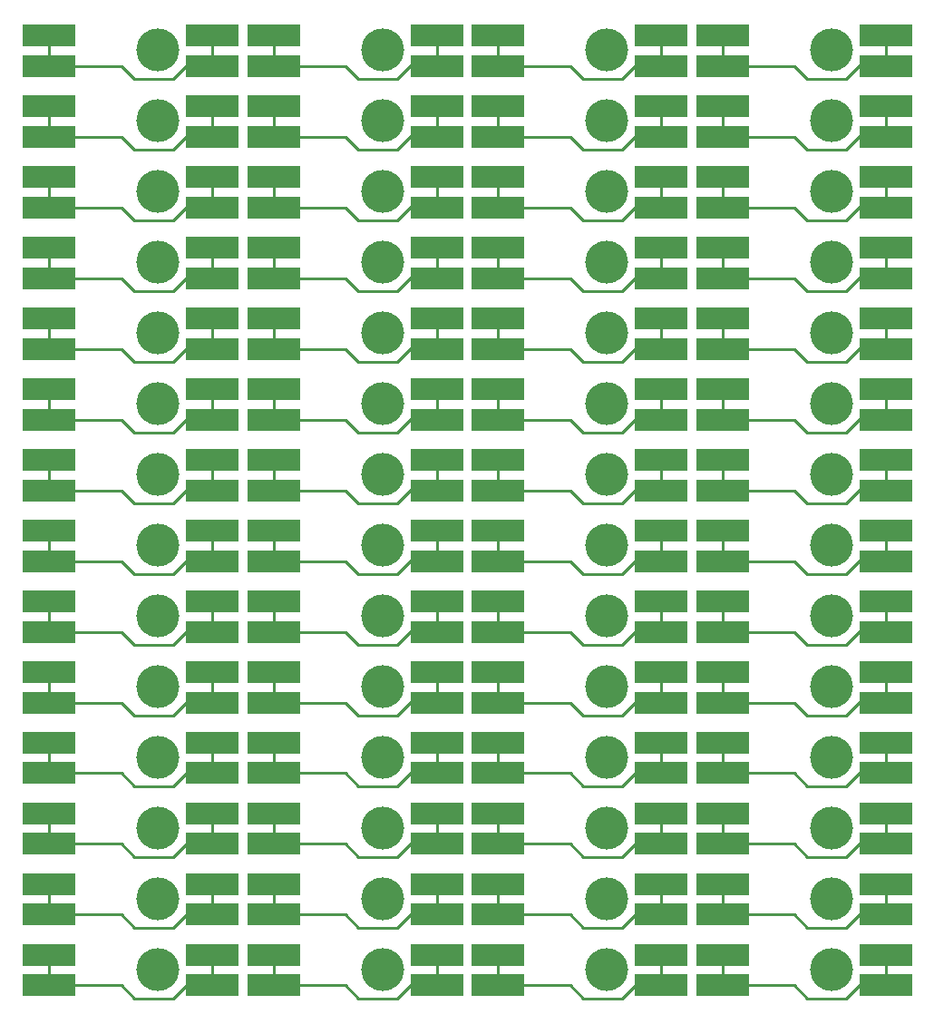
<source format=gbr>
%FSLAX34Y34*%
%MOMM*%
%LNCOPPER_TOP*%
G71*
G01*
%ADD10R, 5.000X2.000*%
%ADD11C, 0.250*%
%ADD12C, 4.000*%
%LPD*%
X33332Y947083D02*
G54D10*
D03*
X33332Y975658D02*
G54D10*
D03*
G54D11*
X33332Y975658D02*
X33332Y947083D01*
X185732Y947083D02*
G54D10*
D03*
X185732Y975658D02*
G54D10*
D03*
X134938Y962025D02*
G54D12*
D03*
G54D11*
X33332Y947083D02*
X100667Y947083D01*
X112712Y935038D01*
X149225Y935038D01*
X161925Y947738D01*
X185077Y947738D01*
X185732Y947083D01*
G54D11*
X185732Y975658D02*
X185732Y947083D01*
X242882Y947083D02*
G54D10*
D03*
X242882Y975658D02*
G54D10*
D03*
G54D11*
X242882Y975658D02*
X242882Y947083D01*
X395282Y947083D02*
G54D10*
D03*
X395282Y975658D02*
G54D10*
D03*
X344488Y962025D02*
G54D12*
D03*
G54D11*
X242882Y947083D02*
X310217Y947083D01*
X322262Y935038D01*
X358775Y935038D01*
X371475Y947738D01*
X394627Y947738D01*
X395282Y947083D01*
G54D11*
X395282Y975658D02*
X395282Y947083D01*
X452432Y947083D02*
G54D10*
D03*
X452432Y975658D02*
G54D10*
D03*
G54D11*
X452432Y975658D02*
X452432Y947083D01*
X604832Y947083D02*
G54D10*
D03*
X604832Y975658D02*
G54D10*
D03*
X554038Y962025D02*
G54D12*
D03*
G54D11*
X452432Y947083D02*
X519767Y947083D01*
X531812Y935038D01*
X568325Y935038D01*
X581025Y947738D01*
X604177Y947738D01*
X604832Y947083D01*
G54D11*
X604832Y975658D02*
X604832Y947083D01*
X661982Y947083D02*
G54D10*
D03*
X661982Y975658D02*
G54D10*
D03*
G54D11*
X661982Y975658D02*
X661982Y947083D01*
X814382Y947083D02*
G54D10*
D03*
X814382Y975658D02*
G54D10*
D03*
X763588Y962025D02*
G54D12*
D03*
G54D11*
X661982Y947083D02*
X729318Y947083D01*
X741362Y935038D01*
X777875Y935038D01*
X790575Y947738D01*
X813727Y947738D01*
X814382Y947083D01*
G54D11*
X814382Y975658D02*
X814382Y947083D01*
X33332Y881063D02*
G54D10*
D03*
X33332Y909638D02*
G54D10*
D03*
G54D11*
X33332Y909638D02*
X33332Y881063D01*
X185732Y881063D02*
G54D10*
D03*
X185732Y909638D02*
G54D10*
D03*
X134938Y896005D02*
G54D12*
D03*
G54D11*
X33332Y881063D02*
X100667Y881063D01*
X112712Y869017D01*
X149225Y869017D01*
X161925Y881717D01*
X185077Y881717D01*
X185732Y881063D01*
G54D11*
X185732Y909638D02*
X185732Y881063D01*
X242882Y881063D02*
G54D10*
D03*
X242882Y909638D02*
G54D10*
D03*
G54D11*
X242882Y909638D02*
X242882Y881063D01*
X395282Y881063D02*
G54D10*
D03*
X395282Y909638D02*
G54D10*
D03*
X344488Y896005D02*
G54D12*
D03*
G54D11*
X242882Y881063D02*
X310217Y881063D01*
X322262Y869017D01*
X358775Y869017D01*
X371475Y881717D01*
X394627Y881717D01*
X395282Y881063D01*
G54D11*
X395282Y909638D02*
X395282Y881063D01*
X452432Y881063D02*
G54D10*
D03*
X452432Y909638D02*
G54D10*
D03*
G54D11*
X452432Y909638D02*
X452432Y881063D01*
X604832Y881063D02*
G54D10*
D03*
X604832Y909638D02*
G54D10*
D03*
X554038Y896005D02*
G54D12*
D03*
G54D11*
X452432Y881063D02*
X519767Y881063D01*
X531812Y869017D01*
X568325Y869017D01*
X581025Y881717D01*
X604177Y881717D01*
X604832Y881063D01*
G54D11*
X604832Y909638D02*
X604832Y881063D01*
X661982Y881063D02*
G54D10*
D03*
X661982Y909638D02*
G54D10*
D03*
G54D11*
X661982Y909638D02*
X661982Y881063D01*
X814382Y881063D02*
G54D10*
D03*
X814382Y909638D02*
G54D10*
D03*
X763588Y896005D02*
G54D12*
D03*
G54D11*
X661982Y881063D02*
X729318Y881063D01*
X741362Y869017D01*
X777875Y869017D01*
X790575Y881717D01*
X813727Y881717D01*
X814382Y881063D01*
G54D11*
X814382Y909638D02*
X814382Y881063D01*
X33332Y815043D02*
G54D10*
D03*
X33332Y843617D02*
G54D10*
D03*
G54D11*
X33332Y843617D02*
X33332Y815043D01*
X185732Y815043D02*
G54D10*
D03*
X185732Y843617D02*
G54D10*
D03*
X134938Y829985D02*
G54D12*
D03*
G54D11*
X33332Y815043D02*
X100667Y815043D01*
X112712Y802997D01*
X149225Y802997D01*
X161925Y815697D01*
X185077Y815697D01*
X185732Y815043D01*
G54D11*
X185732Y843617D02*
X185732Y815043D01*
X242882Y815043D02*
G54D10*
D03*
X242882Y843617D02*
G54D10*
D03*
G54D11*
X242882Y843617D02*
X242882Y815043D01*
X395282Y815043D02*
G54D10*
D03*
X395282Y843617D02*
G54D10*
D03*
X344488Y829985D02*
G54D12*
D03*
G54D11*
X242882Y815043D02*
X310217Y815043D01*
X322262Y802997D01*
X358775Y802997D01*
X371475Y815697D01*
X394627Y815697D01*
X395282Y815043D01*
G54D11*
X395282Y843617D02*
X395282Y815043D01*
X452432Y815043D02*
G54D10*
D03*
X452432Y843617D02*
G54D10*
D03*
G54D11*
X452432Y843617D02*
X452432Y815043D01*
X604832Y815043D02*
G54D10*
D03*
X604832Y843617D02*
G54D10*
D03*
X554038Y829985D02*
G54D12*
D03*
G54D11*
X452432Y815043D02*
X519767Y815043D01*
X531812Y802997D01*
X568325Y802997D01*
X581025Y815697D01*
X604177Y815697D01*
X604832Y815043D01*
G54D11*
X604832Y843617D02*
X604832Y815043D01*
X661982Y815043D02*
G54D10*
D03*
X661982Y843617D02*
G54D10*
D03*
G54D11*
X661982Y843617D02*
X661982Y815043D01*
X814382Y815043D02*
G54D10*
D03*
X814382Y843617D02*
G54D10*
D03*
X763588Y829985D02*
G54D12*
D03*
G54D11*
X661982Y815043D02*
X729318Y815043D01*
X741362Y802997D01*
X777875Y802997D01*
X790575Y815697D01*
X813727Y815697D01*
X814382Y815043D01*
G54D11*
X814382Y843617D02*
X814382Y815043D01*
X33332Y749023D02*
G54D10*
D03*
X33332Y777597D02*
G54D10*
D03*
G54D11*
X33332Y777597D02*
X33332Y749023D01*
X185732Y749023D02*
G54D10*
D03*
X185732Y777597D02*
G54D10*
D03*
X134938Y763965D02*
G54D12*
D03*
G54D11*
X33332Y749023D02*
X100667Y749023D01*
X112712Y736978D01*
X149225Y736978D01*
X161925Y749677D01*
X185077Y749677D01*
X185732Y749023D01*
G54D11*
X185732Y777597D02*
X185732Y749023D01*
X242882Y749023D02*
G54D10*
D03*
X242882Y777597D02*
G54D10*
D03*
G54D11*
X242882Y777597D02*
X242882Y749023D01*
X395282Y749023D02*
G54D10*
D03*
X395282Y777597D02*
G54D10*
D03*
X344488Y763965D02*
G54D12*
D03*
G54D11*
X242882Y749023D02*
X310217Y749023D01*
X322262Y736978D01*
X358775Y736978D01*
X371475Y749677D01*
X394627Y749677D01*
X395282Y749023D01*
G54D11*
X395282Y777597D02*
X395282Y749023D01*
X452432Y749023D02*
G54D10*
D03*
X452432Y777597D02*
G54D10*
D03*
G54D11*
X452432Y777597D02*
X452432Y749023D01*
X604832Y749023D02*
G54D10*
D03*
X604832Y777597D02*
G54D10*
D03*
X554038Y763965D02*
G54D12*
D03*
G54D11*
X452432Y749023D02*
X519767Y749023D01*
X531812Y736978D01*
X568325Y736978D01*
X581025Y749677D01*
X604177Y749677D01*
X604832Y749023D01*
G54D11*
X604832Y777597D02*
X604832Y749023D01*
X661982Y749023D02*
G54D10*
D03*
X661982Y777597D02*
G54D10*
D03*
G54D11*
X661982Y777597D02*
X661982Y749023D01*
X814382Y749023D02*
G54D10*
D03*
X814382Y777597D02*
G54D10*
D03*
X763588Y763965D02*
G54D12*
D03*
G54D11*
X661982Y749023D02*
X729318Y749023D01*
X741362Y736978D01*
X777875Y736978D01*
X790575Y749677D01*
X813727Y749677D01*
X814382Y749023D01*
G54D11*
X814382Y777597D02*
X814382Y749023D01*
X33332Y683003D02*
G54D10*
D03*
X33332Y711578D02*
G54D10*
D03*
G54D11*
X33332Y711578D02*
X33332Y683003D01*
X185732Y683003D02*
G54D10*
D03*
X185732Y711578D02*
G54D10*
D03*
X134938Y697945D02*
G54D12*
D03*
G54D11*
X33332Y683003D02*
X100667Y683003D01*
X112712Y670958D01*
X149225Y670958D01*
X161925Y683658D01*
X185077Y683658D01*
X185732Y683003D01*
G54D11*
X185732Y711578D02*
X185732Y683003D01*
X242882Y683003D02*
G54D10*
D03*
X242882Y711578D02*
G54D10*
D03*
G54D11*
X242882Y711578D02*
X242882Y683003D01*
X395282Y683003D02*
G54D10*
D03*
X395282Y711578D02*
G54D10*
D03*
X344488Y697945D02*
G54D12*
D03*
G54D11*
X242882Y683003D02*
X310217Y683003D01*
X322262Y670958D01*
X358775Y670958D01*
X371475Y683658D01*
X394627Y683658D01*
X395282Y683003D01*
G54D11*
X395282Y711578D02*
X395282Y683003D01*
X452432Y683003D02*
G54D10*
D03*
X452432Y711578D02*
G54D10*
D03*
G54D11*
X452432Y711578D02*
X452432Y683003D01*
X604832Y683003D02*
G54D10*
D03*
X604832Y711578D02*
G54D10*
D03*
X554038Y697945D02*
G54D12*
D03*
G54D11*
X452432Y683003D02*
X519767Y683003D01*
X531812Y670958D01*
X568325Y670958D01*
X581025Y683658D01*
X604177Y683658D01*
X604832Y683003D01*
G54D11*
X604832Y711578D02*
X604832Y683003D01*
X661982Y683003D02*
G54D10*
D03*
X661982Y711578D02*
G54D10*
D03*
G54D11*
X661982Y711578D02*
X661982Y683003D01*
X814382Y683003D02*
G54D10*
D03*
X814382Y711578D02*
G54D10*
D03*
X763588Y697945D02*
G54D12*
D03*
G54D11*
X661982Y683003D02*
X729318Y683003D01*
X741362Y670958D01*
X777875Y670958D01*
X790575Y683658D01*
X813727Y683658D01*
X814382Y683003D01*
G54D11*
X814382Y711578D02*
X814382Y683003D01*
X33332Y616983D02*
G54D10*
D03*
X33332Y645558D02*
G54D10*
D03*
G54D11*
X33332Y645558D02*
X33332Y616983D01*
X185732Y616983D02*
G54D10*
D03*
X185732Y645558D02*
G54D10*
D03*
X134938Y631925D02*
G54D12*
D03*
G54D11*
X33332Y616983D02*
X100667Y616983D01*
X112712Y604938D01*
X149225Y604938D01*
X161925Y617638D01*
X185077Y617638D01*
X185732Y616983D01*
G54D11*
X185732Y645558D02*
X185732Y616983D01*
X242882Y616983D02*
G54D10*
D03*
X242882Y645558D02*
G54D10*
D03*
G54D11*
X242882Y645558D02*
X242882Y616983D01*
X395282Y616983D02*
G54D10*
D03*
X395282Y645558D02*
G54D10*
D03*
X344488Y631925D02*
G54D12*
D03*
G54D11*
X242882Y616983D02*
X310217Y616983D01*
X322262Y604938D01*
X358775Y604938D01*
X371475Y617638D01*
X394627Y617638D01*
X395282Y616983D01*
G54D11*
X395282Y645558D02*
X395282Y616983D01*
X452432Y616983D02*
G54D10*
D03*
X452432Y645558D02*
G54D10*
D03*
G54D11*
X452432Y645558D02*
X452432Y616983D01*
X604832Y616983D02*
G54D10*
D03*
X604832Y645558D02*
G54D10*
D03*
X554038Y631925D02*
G54D12*
D03*
G54D11*
X452432Y616983D02*
X519767Y616983D01*
X531812Y604938D01*
X568325Y604938D01*
X581025Y617638D01*
X604177Y617638D01*
X604832Y616983D01*
G54D11*
X604832Y645558D02*
X604832Y616983D01*
X661982Y616983D02*
G54D10*
D03*
X661982Y645558D02*
G54D10*
D03*
G54D11*
X661982Y645558D02*
X661982Y616983D01*
X814382Y616983D02*
G54D10*
D03*
X814382Y645558D02*
G54D10*
D03*
X763588Y631925D02*
G54D12*
D03*
G54D11*
X661982Y616983D02*
X729318Y616983D01*
X741362Y604938D01*
X777875Y604938D01*
X790575Y617638D01*
X813727Y617638D01*
X814382Y616983D01*
G54D11*
X814382Y645558D02*
X814382Y616983D01*
X33332Y550963D02*
G54D10*
D03*
X33332Y579538D02*
G54D10*
D03*
G54D11*
X33332Y579538D02*
X33332Y550963D01*
X185732Y550963D02*
G54D10*
D03*
X185732Y579538D02*
G54D10*
D03*
X134938Y565905D02*
G54D12*
D03*
G54D11*
X33332Y550963D02*
X100667Y550963D01*
X112712Y538918D01*
X149225Y538918D01*
X161925Y551618D01*
X185077Y551618D01*
X185732Y550963D01*
G54D11*
X185732Y579538D02*
X185732Y550963D01*
X242882Y550963D02*
G54D10*
D03*
X242882Y579538D02*
G54D10*
D03*
G54D11*
X242882Y579538D02*
X242882Y550963D01*
X395282Y550963D02*
G54D10*
D03*
X395282Y579538D02*
G54D10*
D03*
X344488Y565905D02*
G54D12*
D03*
G54D11*
X242882Y550963D02*
X310217Y550963D01*
X322262Y538918D01*
X358775Y538918D01*
X371475Y551618D01*
X394627Y551618D01*
X395282Y550963D01*
G54D11*
X395282Y579538D02*
X395282Y550963D01*
X452432Y550963D02*
G54D10*
D03*
X452432Y579538D02*
G54D10*
D03*
G54D11*
X452432Y579538D02*
X452432Y550963D01*
X604832Y550963D02*
G54D10*
D03*
X604832Y579538D02*
G54D10*
D03*
X554038Y565905D02*
G54D12*
D03*
G54D11*
X452432Y550963D02*
X519767Y550963D01*
X531812Y538918D01*
X568325Y538918D01*
X581025Y551618D01*
X604177Y551618D01*
X604832Y550963D01*
G54D11*
X604832Y579538D02*
X604832Y550963D01*
X661982Y550963D02*
G54D10*
D03*
X661982Y579538D02*
G54D10*
D03*
G54D11*
X661982Y579538D02*
X661982Y550963D01*
X814382Y550963D02*
G54D10*
D03*
X814382Y579538D02*
G54D10*
D03*
X763588Y565905D02*
G54D12*
D03*
G54D11*
X661982Y550963D02*
X729318Y550963D01*
X741362Y538918D01*
X777875Y538918D01*
X790575Y551618D01*
X813727Y551618D01*
X814382Y550963D01*
G54D11*
X814382Y579538D02*
X814382Y550963D01*
X33332Y484943D02*
G54D10*
D03*
X33332Y513518D02*
G54D10*
D03*
G54D11*
X33332Y513518D02*
X33332Y484943D01*
X185732Y484943D02*
G54D10*
D03*
X185732Y513518D02*
G54D10*
D03*
X134938Y499885D02*
G54D12*
D03*
G54D11*
X33332Y484943D02*
X100667Y484943D01*
X112712Y472898D01*
X149225Y472898D01*
X161925Y485598D01*
X185077Y485598D01*
X185732Y484943D01*
G54D11*
X185732Y513518D02*
X185732Y484943D01*
X242882Y484943D02*
G54D10*
D03*
X242882Y513518D02*
G54D10*
D03*
G54D11*
X242882Y513518D02*
X242882Y484943D01*
X395282Y484943D02*
G54D10*
D03*
X395282Y513518D02*
G54D10*
D03*
X344488Y499885D02*
G54D12*
D03*
G54D11*
X242882Y484943D02*
X310217Y484943D01*
X322262Y472898D01*
X358775Y472898D01*
X371475Y485598D01*
X394627Y485598D01*
X395282Y484943D01*
G54D11*
X395282Y513518D02*
X395282Y484943D01*
X452432Y484943D02*
G54D10*
D03*
X452432Y513518D02*
G54D10*
D03*
G54D11*
X452432Y513518D02*
X452432Y484943D01*
X604832Y484943D02*
G54D10*
D03*
X604832Y513518D02*
G54D10*
D03*
X554038Y499885D02*
G54D12*
D03*
G54D11*
X452432Y484943D02*
X519767Y484943D01*
X531812Y472898D01*
X568325Y472898D01*
X581025Y485598D01*
X604177Y485598D01*
X604832Y484943D01*
G54D11*
X604832Y513518D02*
X604832Y484943D01*
X661982Y484943D02*
G54D10*
D03*
X661982Y513518D02*
G54D10*
D03*
G54D11*
X661982Y513518D02*
X661982Y484943D01*
X814382Y484943D02*
G54D10*
D03*
X814382Y513518D02*
G54D10*
D03*
X763588Y499885D02*
G54D12*
D03*
G54D11*
X661982Y484943D02*
X729318Y484943D01*
X741362Y472898D01*
X777875Y472898D01*
X790575Y485598D01*
X813727Y485598D01*
X814382Y484943D01*
G54D11*
X814382Y513518D02*
X814382Y484943D01*
X33332Y418923D02*
G54D10*
D03*
X33332Y447498D02*
G54D10*
D03*
G54D11*
X33332Y447498D02*
X33332Y418923D01*
X185732Y418923D02*
G54D10*
D03*
X185732Y447498D02*
G54D10*
D03*
X134938Y433865D02*
G54D12*
D03*
G54D11*
X33332Y418923D02*
X100667Y418923D01*
X112712Y406878D01*
X149225Y406878D01*
X161925Y419578D01*
X185077Y419578D01*
X185732Y418923D01*
G54D11*
X185732Y447498D02*
X185732Y418923D01*
X242882Y418923D02*
G54D10*
D03*
X242882Y447498D02*
G54D10*
D03*
G54D11*
X242882Y447498D02*
X242882Y418923D01*
X395282Y418923D02*
G54D10*
D03*
X395282Y447498D02*
G54D10*
D03*
X344488Y433865D02*
G54D12*
D03*
G54D11*
X242882Y418923D02*
X310217Y418923D01*
X322262Y406878D01*
X358775Y406878D01*
X371475Y419578D01*
X394627Y419578D01*
X395282Y418923D01*
G54D11*
X395282Y447498D02*
X395282Y418923D01*
X452432Y418923D02*
G54D10*
D03*
X452432Y447498D02*
G54D10*
D03*
G54D11*
X452432Y447498D02*
X452432Y418923D01*
X604832Y418923D02*
G54D10*
D03*
X604832Y447498D02*
G54D10*
D03*
X554038Y433865D02*
G54D12*
D03*
G54D11*
X452432Y418923D02*
X519767Y418923D01*
X531812Y406878D01*
X568325Y406878D01*
X581025Y419578D01*
X604177Y419578D01*
X604832Y418923D01*
G54D11*
X604832Y447498D02*
X604832Y418923D01*
X661982Y418923D02*
G54D10*
D03*
X661982Y447498D02*
G54D10*
D03*
G54D11*
X661982Y447498D02*
X661982Y418923D01*
X814382Y418923D02*
G54D10*
D03*
X814382Y447498D02*
G54D10*
D03*
X763588Y433865D02*
G54D12*
D03*
G54D11*
X661982Y418923D02*
X729318Y418923D01*
X741362Y406878D01*
X777875Y406878D01*
X790575Y419578D01*
X813727Y419578D01*
X814382Y418923D01*
G54D11*
X814382Y447498D02*
X814382Y418923D01*
X33332Y352903D02*
G54D10*
D03*
X33332Y381478D02*
G54D10*
D03*
G54D11*
X33332Y381478D02*
X33332Y352903D01*
X185732Y352903D02*
G54D10*
D03*
X185732Y381478D02*
G54D10*
D03*
X134938Y367845D02*
G54D12*
D03*
G54D11*
X33332Y352903D02*
X100667Y352903D01*
X112712Y340858D01*
X149225Y340858D01*
X161925Y353558D01*
X185077Y353558D01*
X185732Y352903D01*
G54D11*
X185732Y381478D02*
X185732Y352903D01*
X242882Y352903D02*
G54D10*
D03*
X242882Y381478D02*
G54D10*
D03*
G54D11*
X242882Y381478D02*
X242882Y352903D01*
X395282Y352903D02*
G54D10*
D03*
X395282Y381478D02*
G54D10*
D03*
X344488Y367845D02*
G54D12*
D03*
G54D11*
X242882Y352903D02*
X310217Y352903D01*
X322262Y340858D01*
X358775Y340858D01*
X371475Y353558D01*
X394627Y353558D01*
X395282Y352903D01*
G54D11*
X395282Y381478D02*
X395282Y352903D01*
X452432Y352903D02*
G54D10*
D03*
X452432Y381478D02*
G54D10*
D03*
G54D11*
X452432Y381478D02*
X452432Y352903D01*
X604832Y352903D02*
G54D10*
D03*
X604832Y381478D02*
G54D10*
D03*
X554038Y367845D02*
G54D12*
D03*
G54D11*
X452432Y352903D02*
X519767Y352903D01*
X531812Y340858D01*
X568325Y340858D01*
X581025Y353558D01*
X604177Y353558D01*
X604832Y352903D01*
G54D11*
X604832Y381478D02*
X604832Y352903D01*
X661982Y352903D02*
G54D10*
D03*
X661982Y381478D02*
G54D10*
D03*
G54D11*
X661982Y381478D02*
X661982Y352903D01*
X814382Y352903D02*
G54D10*
D03*
X814382Y381478D02*
G54D10*
D03*
X763588Y367845D02*
G54D12*
D03*
G54D11*
X661982Y352903D02*
X729318Y352903D01*
X741362Y340858D01*
X777875Y340858D01*
X790575Y353558D01*
X813727Y353558D01*
X814382Y352903D01*
G54D11*
X814382Y381478D02*
X814382Y352903D01*
X33332Y286883D02*
G54D10*
D03*
X33332Y315458D02*
G54D10*
D03*
G54D11*
X33332Y315458D02*
X33332Y286883D01*
X185732Y286883D02*
G54D10*
D03*
X185732Y315458D02*
G54D10*
D03*
X134938Y301825D02*
G54D12*
D03*
G54D11*
X33332Y286883D02*
X100667Y286883D01*
X112712Y274838D01*
X149225Y274838D01*
X161925Y287538D01*
X185077Y287538D01*
X185732Y286883D01*
G54D11*
X185732Y315458D02*
X185732Y286883D01*
X242882Y286883D02*
G54D10*
D03*
X242882Y315458D02*
G54D10*
D03*
G54D11*
X242882Y315458D02*
X242882Y286883D01*
X395282Y286883D02*
G54D10*
D03*
X395282Y315458D02*
G54D10*
D03*
X344488Y301825D02*
G54D12*
D03*
G54D11*
X242882Y286883D02*
X310217Y286883D01*
X322262Y274838D01*
X358775Y274838D01*
X371475Y287538D01*
X394627Y287538D01*
X395282Y286883D01*
G54D11*
X395282Y315458D02*
X395282Y286883D01*
X452432Y286883D02*
G54D10*
D03*
X452432Y315458D02*
G54D10*
D03*
G54D11*
X452432Y315458D02*
X452432Y286883D01*
X604832Y286883D02*
G54D10*
D03*
X604832Y315458D02*
G54D10*
D03*
X554038Y301825D02*
G54D12*
D03*
G54D11*
X452432Y286883D02*
X519768Y286883D01*
X531812Y274838D01*
X568325Y274838D01*
X581025Y287538D01*
X604177Y287538D01*
X604832Y286883D01*
G54D11*
X604832Y315458D02*
X604832Y286883D01*
X661982Y286883D02*
G54D10*
D03*
X661982Y315458D02*
G54D10*
D03*
G54D11*
X661982Y315458D02*
X661982Y286883D01*
X814382Y286883D02*
G54D10*
D03*
X814382Y315458D02*
G54D10*
D03*
X763588Y301825D02*
G54D12*
D03*
G54D11*
X661982Y286883D02*
X729318Y286883D01*
X741362Y274838D01*
X777875Y274838D01*
X790575Y287538D01*
X813727Y287538D01*
X814382Y286883D01*
G54D11*
X814382Y315458D02*
X814382Y286883D01*
X33332Y220863D02*
G54D10*
D03*
X33332Y249438D02*
G54D10*
D03*
G54D11*
X33332Y249438D02*
X33332Y220863D01*
X185732Y220863D02*
G54D10*
D03*
X185732Y249438D02*
G54D10*
D03*
X134938Y235805D02*
G54D12*
D03*
G54D11*
X33332Y220863D02*
X100667Y220863D01*
X112712Y208818D01*
X149225Y208818D01*
X161925Y221518D01*
X185077Y221518D01*
X185732Y220863D01*
G54D11*
X185732Y249438D02*
X185732Y220863D01*
X242882Y220863D02*
G54D10*
D03*
X242882Y249438D02*
G54D10*
D03*
G54D11*
X242882Y249438D02*
X242882Y220863D01*
X395282Y220863D02*
G54D10*
D03*
X395282Y249438D02*
G54D10*
D03*
X344488Y235805D02*
G54D12*
D03*
G54D11*
X242882Y220863D02*
X310217Y220863D01*
X322262Y208818D01*
X358775Y208818D01*
X371475Y221518D01*
X394627Y221518D01*
X395282Y220863D01*
G54D11*
X395282Y249438D02*
X395282Y220863D01*
X452432Y220863D02*
G54D10*
D03*
X452432Y249438D02*
G54D10*
D03*
G54D11*
X452432Y249438D02*
X452432Y220863D01*
X604832Y220863D02*
G54D10*
D03*
X604832Y249438D02*
G54D10*
D03*
X554038Y235805D02*
G54D12*
D03*
G54D11*
X452432Y220863D02*
X519768Y220863D01*
X531812Y208818D01*
X568325Y208818D01*
X581025Y221518D01*
X604177Y221518D01*
X604832Y220863D01*
G54D11*
X604832Y249438D02*
X604832Y220863D01*
X661982Y220863D02*
G54D10*
D03*
X661982Y249438D02*
G54D10*
D03*
G54D11*
X661982Y249438D02*
X661982Y220863D01*
X814382Y220863D02*
G54D10*
D03*
X814382Y249438D02*
G54D10*
D03*
X763588Y235805D02*
G54D12*
D03*
G54D11*
X661982Y220863D02*
X729318Y220863D01*
X741362Y208818D01*
X777875Y208818D01*
X790575Y221518D01*
X813727Y221518D01*
X814382Y220863D01*
G54D11*
X814382Y249438D02*
X814382Y220863D01*
X33332Y154843D02*
G54D10*
D03*
X33332Y183418D02*
G54D10*
D03*
G54D11*
X33332Y183418D02*
X33332Y154843D01*
X185732Y154843D02*
G54D10*
D03*
X185732Y183418D02*
G54D10*
D03*
X134938Y169785D02*
G54D12*
D03*
G54D11*
X33332Y154843D02*
X100667Y154843D01*
X112712Y142798D01*
X149225Y142798D01*
X161925Y155498D01*
X185077Y155498D01*
X185732Y154843D01*
G54D11*
X185732Y183418D02*
X185732Y154843D01*
X242882Y154843D02*
G54D10*
D03*
X242882Y183418D02*
G54D10*
D03*
G54D11*
X242882Y183418D02*
X242882Y154843D01*
X395282Y154843D02*
G54D10*
D03*
X395282Y183418D02*
G54D10*
D03*
X344488Y169785D02*
G54D12*
D03*
G54D11*
X242882Y154843D02*
X310217Y154843D01*
X322262Y142798D01*
X358775Y142798D01*
X371475Y155498D01*
X394627Y155498D01*
X395282Y154843D01*
G54D11*
X395282Y183418D02*
X395282Y154843D01*
X452432Y154843D02*
G54D10*
D03*
X452432Y183418D02*
G54D10*
D03*
G54D11*
X452432Y183418D02*
X452432Y154843D01*
X604832Y154843D02*
G54D10*
D03*
X604832Y183418D02*
G54D10*
D03*
X554038Y169785D02*
G54D12*
D03*
G54D11*
X452432Y154843D02*
X519768Y154843D01*
X531812Y142798D01*
X568325Y142798D01*
X581025Y155498D01*
X604177Y155498D01*
X604832Y154843D01*
G54D11*
X604832Y183418D02*
X604832Y154843D01*
X661982Y154843D02*
G54D10*
D03*
X661982Y183418D02*
G54D10*
D03*
G54D11*
X661982Y183418D02*
X661982Y154843D01*
X814382Y154843D02*
G54D10*
D03*
X814382Y183418D02*
G54D10*
D03*
X763588Y169785D02*
G54D12*
D03*
G54D11*
X661982Y154843D02*
X729318Y154843D01*
X741362Y142798D01*
X777875Y142798D01*
X790575Y155498D01*
X813727Y155498D01*
X814382Y154843D01*
G54D11*
X814382Y183418D02*
X814382Y154843D01*
X33332Y88823D02*
G54D10*
D03*
X33332Y117398D02*
G54D10*
D03*
G54D11*
X33332Y117398D02*
X33332Y88823D01*
X185732Y88823D02*
G54D10*
D03*
X185732Y117398D02*
G54D10*
D03*
X134938Y103765D02*
G54D12*
D03*
G54D11*
X33332Y88823D02*
X100667Y88823D01*
X112712Y76778D01*
X149225Y76778D01*
X161925Y89478D01*
X185077Y89478D01*
X185732Y88823D01*
G54D11*
X185732Y117398D02*
X185732Y88823D01*
X242882Y88823D02*
G54D10*
D03*
X242882Y117398D02*
G54D10*
D03*
G54D11*
X242882Y117398D02*
X242882Y88823D01*
X395282Y88823D02*
G54D10*
D03*
X395282Y117398D02*
G54D10*
D03*
X344488Y103765D02*
G54D12*
D03*
G54D11*
X242882Y88823D02*
X310217Y88823D01*
X322262Y76778D01*
X358775Y76778D01*
X371475Y89478D01*
X394627Y89478D01*
X395282Y88823D01*
G54D11*
X395282Y117398D02*
X395282Y88823D01*
X452432Y88823D02*
G54D10*
D03*
X452432Y117398D02*
G54D10*
D03*
G54D11*
X452432Y117398D02*
X452432Y88823D01*
X604832Y88823D02*
G54D10*
D03*
X604832Y117398D02*
G54D10*
D03*
X554038Y103765D02*
G54D12*
D03*
G54D11*
X452432Y88823D02*
X519768Y88823D01*
X531812Y76778D01*
X568325Y76778D01*
X581025Y89478D01*
X604177Y89478D01*
X604832Y88823D01*
G54D11*
X604832Y117398D02*
X604832Y88823D01*
X661982Y88823D02*
G54D10*
D03*
X661982Y117398D02*
G54D10*
D03*
G54D11*
X661982Y117398D02*
X661982Y88823D01*
X814382Y88823D02*
G54D10*
D03*
X814382Y117398D02*
G54D10*
D03*
X763588Y103765D02*
G54D12*
D03*
G54D11*
X661982Y88823D02*
X729318Y88823D01*
X741362Y76778D01*
X777875Y76778D01*
X790575Y89478D01*
X813727Y89478D01*
X814382Y88823D01*
G54D11*
X814382Y117398D02*
X814382Y88823D01*
M02*

</source>
